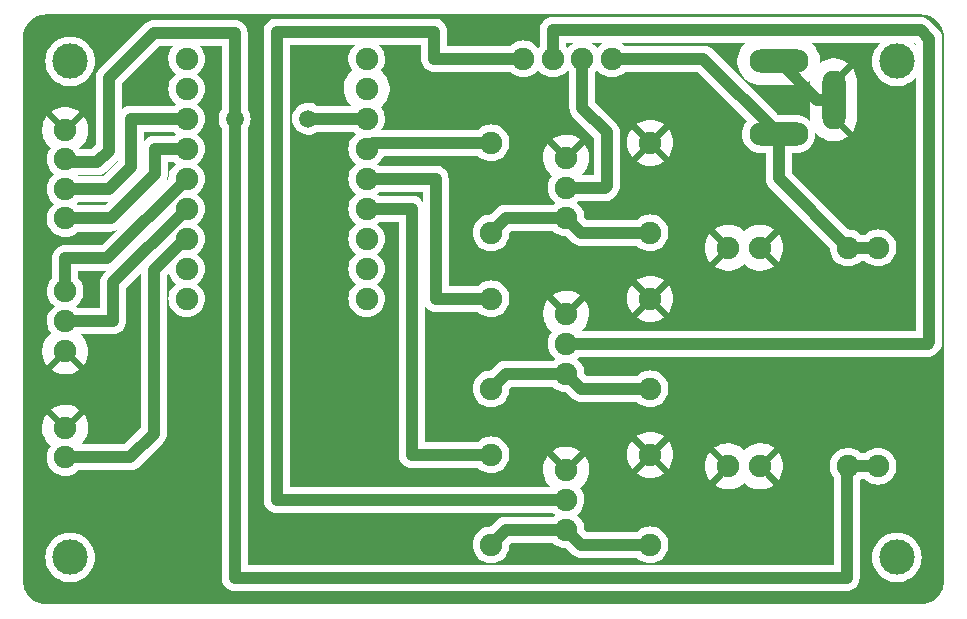
<source format=gbl>
G04 Layer: BottomLayer*
G04 EasyEDA Pro v2.2.40.8, 2025-09-22 01:06:06*
G04 Gerber Generator version 0.3*
G04 Scale: 100 percent, Rotated: No, Reflected: No*
G04 Dimensions in millimeters*
G04 Leading zeros omitted, absolute positions, 4 integers and 5 decimals*
G04 Generated by custom config*
%FSLAX45Y45*%
%MOMM*%
%ADD10C,0.6*%
%ADD11C,1.5*%
%ADD12C,3.0*%
%ADD13O,5.0X2.0*%
%ADD14O,2.0X5.0*%
%ADD15C,1.9*%
%ADD16C,1.0025*%
%ADD17C,1.0*%
G75*


G04 Copper Start*
G36*
G01X-200000Y3800D02*
G01X-172948Y5638D01*
G01X-146394Y11118D01*
G01X-120825Y20139D01*
G01X-96711Y32536D01*
G01X-74495Y48081D01*
G01X-54586Y66488D01*
G01X-37349Y87418D01*
G01X-23102Y110487D01*
G01X-12107Y135272D01*
G01X-6111Y156404D01*
G01X-2484Y178068D01*
G01X-1270Y200000D01*
G01X-1270Y4800000D01*
G01X-3293Y4828282D01*
G01X-9320Y4855989D01*
G01X-19229Y4882555D01*
G01X-32818Y4907441D01*
G01X-49810Y4930140D01*
G01X-69860Y4950190D01*
G01X-92558Y4967182D01*
G01X-117445Y4980771D01*
G01X-144011Y4990680D01*
G01X-171718Y4996707D01*
G01X-200000Y4998730D01*
G01X-7600000Y4998730D01*
G01X-7628282Y4996707D01*
G01X-7655989Y4990680D01*
G01X-7682555Y4980771D01*
G01X-7707441Y4967182D01*
G01X-7730140Y4950190D01*
G01X-7750190Y4930140D01*
G01X-7767182Y4907441D01*
G01X-7780771Y4882555D01*
G01X-7790680Y4855989D01*
G01X-7796707Y4828282D01*
G01X-7798730Y4800000D01*
G01X-7798730Y4600000D01*
G01X-7610254Y4600000D01*
G01X-7608295Y4628630D01*
G01X-7602457Y4656726D01*
G01X-7592847Y4683765D01*
G01X-7579645Y4709244D01*
G01X-7563096Y4732689D01*
G01X-7543509Y4753661D01*
G01X-7521249Y4771771D01*
G01X-7496730Y4786681D01*
G01X-7470410Y4798114D01*
G01X-7442777Y4805856D01*
G01X-7414348Y4809764D01*
G01X-7385652Y4809764D01*
G01X-7357223Y4805856D01*
G01X-7329590Y4798114D01*
G01X-7303269Y4786681D01*
G01X-7278751Y4771771D01*
G01X-7256491Y4753661D01*
G01X-7236904Y4732689D01*
G01X-7220355Y4709244D01*
G01X-7207153Y4683765D01*
G01X-7197543Y4656726D01*
G01X-7191704Y4628630D01*
G01X-7189746Y4600000D01*
G01X-7189746Y4600000D01*
G01X-7191704Y4571370D01*
G01X-7197543Y4543274D01*
G01X-7207153Y4516235D01*
G01X-7220355Y4490755D01*
G01X-7236904Y4467311D01*
G01X-7256491Y4446339D01*
G01X-7278751Y4428229D01*
G01X-7303269Y4413319D01*
G01X-7329590Y4401886D01*
G01X-7357223Y4394144D01*
G01X-7385652Y4390236D01*
G01X-7414348Y4390236D01*
G01X-7442777Y4394144D01*
G01X-7470410Y4401886D01*
G01X-7496730Y4413319D01*
G01X-7521249Y4428229D01*
G01X-7543509Y4446339D01*
G01X-7563096Y4467311D01*
G01X-7579645Y4490755D01*
G01X-7592847Y4516235D01*
G01X-7602457Y4543274D01*
G01X-7608295Y4571370D01*
G01X-7610254Y4600000D01*
G01X-7798730Y4600000D01*
G01X-7798730Y1487492D01*
G01X-7637242Y1487492D01*
G01X-7636560Y1515254D01*
G01X-7631947Y1542639D01*
G01X-7623495Y1569093D01*
G01X-7611376Y1594079D01*
G01X-7595835Y1617094D01*
G01X-7577186Y1637671D01*
G01X-7555806Y1655395D01*
G01X-7532128Y1669906D01*
G01X-7506631Y1680911D01*
G01X-7479830Y1688187D01*
G01X-7452268Y1691588D01*
G01X-7424503Y1691044D01*
G01X-7397095Y1686566D01*
G01X-7370600Y1678246D01*
G01X-7345554Y1666251D01*
G01X-7322462Y1650824D01*
G01X-7301793Y1632277D01*
G01X-7283964Y1610985D01*
G01X-7269336Y1587379D01*
G01X-7258204Y1561937D01*
G01X-7250795Y1535173D01*
G01X-7247258Y1507628D01*
G01X-7247664Y1479860D01*
G01X-7252006Y1452431D01*
G01X-7260195Y1425895D01*
G01X-7272066Y1400789D01*
G01X-7287378Y1377622D01*
G01X-7305822Y1356861D01*
G01X-6939762Y1356861D01*
G01X-6803154Y1493469D01*
G01X-6803154Y2807226D01*
G01X-6925546Y2684834D01*
G01X-6925546Y2400313D01*
G01X-6927221Y2381167D01*
G01X-6932195Y2362604D01*
G01X-6940317Y2345186D01*
G01X-6951341Y2329443D01*
G01X-6964930Y2315853D01*
G01X-6980673Y2304830D01*
G01X-6998091Y2296708D01*
G01X-7016655Y2291734D01*
G01X-7035800Y2290059D01*
G01X-7310060Y2290059D01*
G01X-7290846Y2269669D01*
G01X-7274747Y2246739D01*
G01X-7262096Y2221741D01*
G01X-7253153Y2195189D01*
G01X-7248102Y2167632D01*
G01X-7247047Y2139634D01*
G01X-7250010Y2111775D01*
G01X-7256930Y2084625D01*
G01X-7267664Y2058746D01*
G01X-7281991Y2034670D01*
G01X-7299617Y2012892D01*
G01X-7320178Y1993860D01*
G01X-7343251Y1977968D01*
G01X-7368361Y1965541D01*
G01X-7394992Y1956836D01*
G01X-7422594Y1952032D01*
G01X-7450599Y1951227D01*
G01X-7478431Y1954439D01*
G01X-7505517Y1961602D01*
G01X-7531300Y1972567D01*
G01X-7555247Y1987109D01*
G01X-7576866Y2004929D01*
G01X-7595713Y2025660D01*
G01X-7611398Y2048874D01*
G01X-7623600Y2074095D01*
G01X-7632066Y2100802D01*
G01X-7636623Y2128446D01*
G01X-7637177Y2156458D01*
G01X-7633716Y2184260D01*
G01X-7626311Y2211281D01*
G01X-7615116Y2236964D01*
G01X-7600360Y2260780D01*
G01X-7582347Y2282239D01*
G01X-7561448Y2300899D01*
G01X-7573966Y2318213D01*
G01X-7583987Y2337082D01*
G01X-7591324Y2357148D01*
G01X-7595836Y2378031D01*
G01X-7597438Y2399336D01*
G01X-7596100Y2420660D01*
G01X-7591848Y2441597D01*
G01X-7584761Y2461753D01*
G01X-7574975Y2480744D01*
G01X-7562673Y2498213D01*
G01X-7548090Y2513827D01*
G01X-7531501Y2527291D01*
G01X-7550385Y2542933D01*
G01X-7566570Y2561353D01*
G01X-7579653Y2582092D01*
G01X-7589307Y2604632D01*
G01X-7595293Y2628411D01*
G01X-7597460Y2652835D01*
G01X-7595754Y2677297D01*
G01X-7590218Y2701184D01*
G01X-7580991Y2723902D01*
G01X-7568301Y2744884D01*
G01X-7552467Y2763606D01*
G01X-7552467Y2933700D01*
G01X-7550792Y2952845D01*
G01X-7545817Y2971409D01*
G01X-7537695Y2988827D01*
G01X-7526672Y3004570D01*
G01X-7513083Y3018159D01*
G01X-7497340Y3029183D01*
G01X-7479922Y3037305D01*
G01X-7461358Y3042279D01*
G01X-7442213Y3043954D01*
G01X-7132271Y3043954D01*
G01X-7003942Y3172283D01*
G01X-7020273Y3165321D01*
G01X-7037510Y3161070D01*
G01X-7055206Y3159641D01*
G01X-7332894Y3159641D01*
G01X-7350528Y3144595D01*
G01X-7370206Y3132342D01*
G01X-7391489Y3123156D01*
G01X-7413902Y3117241D01*
G01X-7436947Y3114729D01*
G01X-7460108Y3115677D01*
G01X-7482870Y3120062D01*
G01X-7504725Y3127788D01*
G01X-7525187Y3138681D01*
G01X-7543799Y3152500D01*
G01X-7560145Y3168936D01*
G01X-7573862Y3187622D01*
G01X-7584645Y3208143D01*
G01X-7592251Y3230040D01*
G01X-7596513Y3252825D01*
G01X-7597334Y3275991D01*
G01X-7594697Y3299022D01*
G01X-7588660Y3321403D01*
G01X-7579359Y3342635D01*
G01X-7566999Y3362246D01*
G01X-7551858Y3379798D01*
G01X-7534272Y3394901D01*
G01X-7552574Y3410722D01*
G01X-7568196Y3429194D01*
G01X-7580758Y3449869D01*
G01X-7589957Y3472244D01*
G01X-7595567Y3495777D01*
G01X-7597454Y3519896D01*
G01X-7595571Y3544015D01*
G01X-7589963Y3567548D01*
G01X-7580768Y3589925D01*
G01X-7568208Y3610602D01*
G01X-7552589Y3629076D01*
G01X-7534289Y3644900D01*
G01X-7553140Y3661283D01*
G01X-7569119Y3680477D01*
G01X-7581815Y3701985D01*
G01X-7590897Y3725251D01*
G01X-7596131Y3749671D01*
G01X-7597382Y3774615D01*
G01X-7594617Y3799437D01*
G01X-7587908Y3823494D01*
G01X-7577428Y3846164D01*
G01X-7563449Y3866860D01*
G01X-7583256Y3884897D01*
G01X-7600408Y3905476D01*
G01X-7614583Y3928208D01*
G01X-7625512Y3952667D01*
G01X-7632990Y3978392D01*
G01X-7636876Y4004898D01*
G01X-7637098Y4031686D01*
G01X-7633651Y4058253D01*
G01X-7626600Y4084098D01*
G01X-7616078Y4108735D01*
G01X-7602282Y4131699D01*
G01X-7585473Y4152559D01*
G01X-7565967Y4170922D01*
G01X-7544131Y4186441D01*
G01X-7520376Y4198826D01*
G01X-7495150Y4207843D01*
G01X-7468926Y4213322D01*
G01X-7442200Y4215160D01*
G01X-7415474Y4213322D01*
G01X-7389250Y4207843D01*
G01X-7364024Y4198826D01*
G01X-7340269Y4186441D01*
G01X-7318433Y4170922D01*
G01X-7298927Y4152559D01*
G01X-7282118Y4131699D01*
G01X-7268322Y4108735D01*
G01X-7257800Y4084098D01*
G01X-7250749Y4058253D01*
G01X-7247302Y4031686D01*
G01X-7247524Y4004898D01*
G01X-7251410Y3978392D01*
G01X-7258888Y3952667D01*
G01X-7269817Y3928208D01*
G01X-7283992Y3905476D01*
G01X-7301144Y3884897D01*
G01X-7320951Y3866860D01*
G01X-7312186Y3854747D01*
G01X-7219569Y3854747D01*
G01X-7184154Y3890162D01*
G01X-7184154Y4457700D01*
G01X-7182796Y4474948D01*
G01X-7178758Y4491770D01*
G01X-7172137Y4507754D01*
G01X-7163097Y4522506D01*
G01X-7151861Y4535661D01*
G01X-6770861Y4916661D01*
G01X-6757706Y4927897D01*
G01X-6742954Y4936937D01*
G01X-6726970Y4943558D01*
G01X-6710148Y4947596D01*
G01X-6692900Y4948954D01*
G01X-6007100Y4948954D01*
G01X-5987955Y4947279D01*
G01X-5969391Y4942305D01*
G01X-5951973Y4934183D01*
G01X-5936230Y4923159D01*
G01X-5922641Y4909570D01*
G01X-5911617Y4893827D01*
G01X-5903495Y4876409D01*
G01X-5898521Y4857845D01*
G01X-5896846Y4838700D01*
G01X-5896846Y4193143D01*
G01X-5886107Y4175250D01*
G01X-5878248Y4155918D01*
G01X-5873456Y4135607D01*
G01X-5871846Y4114800D01*
G01X-5873456Y4093993D01*
G01X-5878248Y4073682D01*
G01X-5886107Y4054350D01*
G01X-5896846Y4036457D01*
G01X-5896846Y889000D01*
G01X-5761754Y889000D01*
G01X-5761754Y4851400D01*
G01X-5760079Y4870545D01*
G01X-5755105Y4889109D01*
G01X-5746983Y4906527D01*
G01X-5735959Y4922270D01*
G01X-5722370Y4935859D01*
G01X-5706627Y4946883D01*
G01X-5689209Y4955005D01*
G01X-5670645Y4959979D01*
G01X-5651500Y4961654D01*
G01X-4318000Y4961654D01*
G01X-4298855Y4959979D01*
G01X-4280291Y4955005D01*
G01X-4262873Y4946883D01*
G01X-4247130Y4935859D01*
G01X-4233541Y4922270D01*
G01X-4222517Y4906527D01*
G01X-4214395Y4889109D01*
G01X-4209421Y4870545D01*
G01X-4207746Y4851400D01*
G01X-4207746Y4733049D01*
G01X-3672017Y4733049D01*
G01X-3653548Y4748703D01*
G01X-3632870Y4761295D01*
G01X-3610485Y4770519D01*
G01X-3586939Y4776151D01*
G01X-3562803Y4778054D01*
G01X-3538666Y4776181D01*
G01X-3515112Y4770579D01*
G01X-3492716Y4761383D01*
G01X-3472022Y4748817D01*
G01X-3453533Y4733187D01*
G01X-3437699Y4714872D01*
G01X-3424954Y4730044D01*
G01X-3424954Y4864100D01*
G01X-3423279Y4883245D01*
G01X-3418305Y4901809D01*
G01X-3410183Y4919227D01*
G01X-3399159Y4934970D01*
G01X-3385570Y4948559D01*
G01X-3369827Y4959583D01*
G01X-3352409Y4967705D01*
G01X-3333845Y4972679D01*
G01X-3314700Y4974354D01*
G01X-197711Y4974354D01*
G01X-180463Y4972996D01*
G01X-163640Y4968958D01*
G01X-147656Y4962337D01*
G01X-132905Y4953297D01*
G01X-119749Y4942061D01*
G01X-49039Y4871351D01*
G01X-37803Y4858195D01*
G01X-28763Y4843444D01*
G01X-22142Y4827460D01*
G01X-18104Y4810637D01*
G01X-16746Y4793389D01*
G01X-16746Y2222500D01*
G01X-18104Y2205252D01*
G01X-22142Y2188430D01*
G01X-28763Y2172446D01*
G01X-37803Y2157694D01*
G01X-49039Y2144539D01*
G01X-61739Y2131839D01*
G01X-61739Y2131839D01*
G01X-74894Y2120603D01*
G01X-89646Y2111563D01*
G01X-105630Y2104942D01*
G01X-122452Y2100904D01*
G01X-139700Y2099546D01*
G01X-3091094Y2099546D01*
G01X-3100744Y2090752D01*
G01X-3111099Y2082800D01*
G01X-3092124Y2067065D01*
G01X-3075878Y2048526D01*
G01X-3062772Y2027649D01*
G01X-3053135Y2004961D01*
G01X-3047211Y1981034D01*
G01X-3045148Y1956470D01*
G01X-3027731Y1939054D01*
G01X-2598506Y1939054D01*
G01X-2579949Y1954770D01*
G01X-2559166Y1967395D01*
G01X-2536666Y1976620D01*
G01X-2513001Y1982219D01*
G01X-2488753Y1984053D01*
G01X-2464516Y1982079D01*
G01X-2440884Y1976344D01*
G01X-2418438Y1966990D01*
G01X-2397727Y1954245D01*
G01X-2379261Y1938423D01*
G01X-2363492Y1919911D01*
G01X-2350807Y1899164D01*
G01X-2341517Y1876691D01*
G01X-2335851Y1853043D01*
G01X-2333946Y1828800D01*
G01X-2335851Y1804557D01*
G01X-2341517Y1780909D01*
G01X-2350807Y1758436D01*
G01X-2363492Y1737689D01*
G01X-2379261Y1719177D01*
G01X-2397727Y1703355D01*
G01X-2418438Y1690610D01*
G01X-2440884Y1681256D01*
G01X-2464516Y1675521D01*
G01X-2488753Y1673547D01*
G01X-2513001Y1675381D01*
G01X-2536666Y1680980D01*
G01X-2559166Y1690205D01*
G01X-2579949Y1702830D01*
G01X-2598506Y1718546D01*
G01X-3073400Y1718546D01*
G01X-3090648Y1719904D01*
G01X-3107470Y1723942D01*
G01X-3123454Y1730563D01*
G01X-3138206Y1739603D01*
G01X-3151361Y1750839D01*
G01X-3201070Y1800548D01*
G01X-3225084Y1802521D01*
G01X-3248504Y1808186D01*
G01X-3270764Y1817407D01*
G01X-3291330Y1829961D01*
G01X-3309706Y1845546D01*
G01X-3662731Y1845546D01*
G01X-3680148Y1828130D01*
G01X-3682157Y1803895D01*
G01X-3687925Y1780272D01*
G01X-3697312Y1757839D01*
G01X-3710087Y1737147D01*
G01X-3725935Y1718703D01*
G01X-3744470Y1702961D01*
G01X-3765235Y1690306D01*
G01X-3787721Y1681048D01*
G01X-3811378Y1675416D01*
G01X-3835623Y1673546D01*
G01X-3859864Y1675486D01*
G01X-3883504Y1681186D01*
G01X-3905963Y1690508D01*
G01X-3926692Y1703223D01*
G01X-3945181Y1719019D01*
G01X-3960977Y1737508D01*
G01X-3973692Y1758237D01*
G01X-3983014Y1780696D01*
G01X-3988714Y1804336D01*
G01X-3990654Y1828577D01*
G01X-3988784Y1852822D01*
G01X-3983152Y1876479D01*
G01X-3973894Y1898965D01*
G01X-3961239Y1919730D01*
G01X-3945497Y1938265D01*
G01X-3927053Y1954113D01*
G01X-3906361Y1966888D01*
G01X-3883928Y1976275D01*
G01X-3860305Y1982043D01*
G01X-3836070Y1984052D01*
G01X-3786361Y2033761D01*
G01X-3773206Y2044997D01*
G01X-3758454Y2054037D01*
G01X-3742470Y2060658D01*
G01X-3725648Y2064696D01*
G01X-3708400Y2066054D01*
G01X-3309706Y2066054D01*
G01X-3300056Y2074848D01*
G01X-3289701Y2082800D01*
G01X-3307706Y2097598D01*
G01X-3323292Y2114925D01*
G01X-3336109Y2134389D01*
G01X-3345868Y2155552D01*
G01X-3352349Y2177938D01*
G01X-3355407Y2201042D01*
G01X-3354971Y2224343D01*
G01X-3351053Y2247317D01*
G01X-3343740Y2269445D01*
G01X-3333197Y2290229D01*
G01X-3319661Y2309201D01*
G01X-3340559Y2327861D01*
G01X-3358572Y2349319D01*
G01X-3373328Y2373135D01*
G01X-3384523Y2398817D01*
G01X-3391928Y2425837D01*
G01X-3395389Y2453639D01*
G01X-3394836Y2481650D01*
G01X-3390280Y2509294D01*
G01X-3381815Y2536000D01*
G01X-3369614Y2561221D01*
G01X-3353929Y2584435D01*
G01X-3335084Y2605166D01*
G01X-3313465Y2622986D01*
G01X-3289519Y2637529D01*
G01X-3263738Y2648495D01*
G01X-3236653Y2655659D01*
G01X-3208821Y2658872D01*
G01X-3180816Y2658069D01*
G01X-3153215Y2653267D01*
G01X-3126584Y2644563D01*
G01X-3101474Y2632138D01*
G01X-3078400Y2616247D01*
G01X-3057838Y2597218D01*
G01X-3052644Y2590800D01*
G01X-2684454Y2590800D01*
G01X-2682467Y2618588D01*
G01X-2676545Y2645809D01*
G01X-2666809Y2671911D01*
G01X-2653458Y2696362D01*
G01X-2636763Y2718664D01*
G01X-2617064Y2738363D01*
G01X-2594762Y2755058D01*
G01X-2570311Y2768409D01*
G01X-2544209Y2778145D01*
G01X-2516988Y2784067D01*
G01X-2489200Y2786054D01*
G01X-2489200Y2786054D01*
G01X-2461412Y2784067D01*
G01X-2434191Y2778145D01*
G01X-2408089Y2768409D01*
G01X-2383638Y2755058D01*
G01X-2361336Y2738363D01*
G01X-2341637Y2718664D01*
G01X-2324942Y2696362D01*
G01X-2311591Y2671911D01*
G01X-2301855Y2645809D01*
G01X-2295933Y2618588D01*
G01X-2293946Y2590800D01*
G01X-2295933Y2563012D01*
G01X-2301855Y2535791D01*
G01X-2311591Y2509689D01*
G01X-2324942Y2485238D01*
G01X-2341637Y2462936D01*
G01X-2361336Y2443237D01*
G01X-2383638Y2426542D01*
G01X-2408089Y2413191D01*
G01X-2434191Y2403455D01*
G01X-2461412Y2397533D01*
G01X-2489200Y2395546D01*
G01X-2516988Y2397533D01*
G01X-2544209Y2403455D01*
G01X-2570311Y2413191D01*
G01X-2594762Y2426542D01*
G01X-2617064Y2443237D01*
G01X-2636763Y2462936D01*
G01X-2653458Y2485238D01*
G01X-2666809Y2509689D01*
G01X-2676545Y2535791D01*
G01X-2682467Y2563012D01*
G01X-2684454Y2590800D01*
G01X-3052644Y2590800D01*
G01X-3040211Y2575441D01*
G01X-3025883Y2551366D01*
G01X-3015147Y2525488D01*
G01X-3008225Y2498340D01*
G01X-3005260Y2470481D01*
G01X-3006313Y2442484D01*
G01X-3011362Y2414927D01*
G01X-3020302Y2388375D01*
G01X-3032951Y2363376D01*
G01X-3049047Y2340445D01*
G01X-3068259Y2320054D01*
G01X-237254Y2320054D01*
G01X-237254Y4466882D01*
G01X-256887Y4445969D01*
G01X-279184Y4427924D01*
G01X-303730Y4413081D01*
G01X-330068Y4401717D01*
G01X-357707Y4394044D01*
G01X-386134Y4390204D01*
G01X-414819Y4390269D01*
G01X-443227Y4394238D01*
G01X-470832Y4402036D01*
G01X-497118Y4413520D01*
G01X-521596Y4428474D01*
G01X-543811Y4446621D01*
G01X-563349Y4467623D01*
G01X-579847Y4491088D01*
G01X-592997Y4516581D01*
G01X-602555Y4543626D01*
G01X-608343Y4571721D01*
G01X-610254Y4600342D01*
G01X-608250Y4628957D01*
G01X-602371Y4657032D01*
G01X-592725Y4684047D01*
G01X-579492Y4709496D01*
G01X-562917Y4732908D01*
G01X-543311Y4753846D01*
G01X-1122615Y4753846D01*
G01X-1103361Y4735474D01*
G01X-1086713Y4714711D01*
G01X-1072966Y4691924D01*
G01X-1062361Y4667515D01*
G01X-1055087Y4641915D01*
G01X-1051272Y4615577D01*
G01X-1050983Y4588966D01*
G01X-1027623Y4603100D01*
G01X-1002558Y4613925D01*
G01X-976253Y4621241D01*
G01X-949198Y4624910D01*
G01X-921895Y4624865D01*
G01X-894852Y4621106D01*
G01X-868571Y4613704D01*
G01X-843542Y4602796D01*
G01X-820229Y4588585D01*
G01X-799066Y4571335D01*
G01X-780446Y4551366D01*
G01X-764715Y4529050D01*
G01X-752166Y4504802D01*
G01X-743032Y4479072D01*
G01X-737483Y4452339D01*
G01X-735622Y4425099D01*
G01X-735622Y4125099D01*
G01X-737487Y4097833D01*
G01X-743047Y4071074D01*
G01X-752199Y4045322D01*
G01X-764772Y4021055D01*
G01X-780532Y3998727D01*
G01X-799186Y3978752D01*
G01X-820386Y3961503D01*
G01X-843737Y3947302D01*
G01X-868804Y3936412D01*
G01X-895120Y3929036D01*
G01X-922196Y3925313D01*
G01X-949526Y3925311D01*
G01X-976602Y3929030D01*
G01X-1002920Y3936402D01*
G01X-1027988Y3947288D01*
G01X-1051341Y3961486D01*
G01X-1072544Y3978732D01*
G01X-1091200Y3998703D01*
G01X-1090966Y3974605D01*
G01X-1094349Y3950744D01*
G01X-1101271Y3927660D01*
G01X-1111576Y3905876D01*
G01X-1125032Y3885883D01*
G01X-1141334Y3868133D01*
G01X-1160113Y3853029D01*
G01X-1180944Y3840912D01*
G01X-1203357Y3832056D01*
G01X-1226845Y3826661D01*
G01X-1250876Y3824849D01*
G01X-1290622Y3824849D01*
G01X-1290622Y3656337D01*
G01X-812127Y3177842D01*
G01X-788113Y3175869D01*
G01X-764694Y3170204D01*
G01X-742433Y3160983D01*
G01X-721867Y3148429D01*
G01X-703491Y3132844D01*
G01X-668104Y3132844D01*
G01X-649547Y3148559D01*
G01X-628763Y3161185D01*
G01X-606263Y3170410D01*
G01X-582599Y3176008D01*
G01X-558351Y3177843D01*
G01X-534113Y3175869D01*
G01X-510482Y3170134D01*
G01X-488035Y3160780D01*
G01X-467325Y3148035D01*
G01X-448859Y3132213D01*
G01X-433090Y3113701D01*
G01X-420404Y3092954D01*
G01X-411115Y3070481D01*
G01X-405448Y3046833D01*
G01X-403544Y3022590D01*
G01X-405448Y2998347D01*
G01X-411115Y2974699D01*
G01X-420404Y2952226D01*
G01X-433090Y2931479D01*
G01X-448859Y2912967D01*
G01X-467325Y2897145D01*
G01X-488035Y2884400D01*
G01X-510482Y2875046D01*
G01X-534113Y2869311D01*
G01X-558351Y2867337D01*
G01X-582599Y2869171D01*
G01X-606263Y2874770D01*
G01X-628763Y2883995D01*
G01X-649547Y2896620D01*
G01X-668104Y2912336D01*
G01X-703491Y2912336D01*
G01X-722012Y2896646D01*
G01X-742752Y2884035D01*
G01X-765204Y2874811D01*
G01X-788819Y2869199D01*
G01X-813021Y2867336D01*
G01X-837217Y2869268D01*
G01X-860816Y2874948D01*
G01X-883241Y2884237D01*
G01X-903945Y2896908D01*
G01X-922420Y2912651D01*
G01X-938216Y2931081D01*
G01X-950947Y2951748D01*
G01X-960300Y2974147D01*
G01X-966048Y2997729D01*
G01X-968050Y3021920D01*
G01X-1478837Y3532707D01*
G01X-1490073Y3545863D01*
G01X-1499113Y3560614D01*
G01X-1505734Y3576598D01*
G01X-1509773Y3593421D01*
G01X-1511130Y3610668D01*
G01X-1511130Y3824849D01*
G01X-1550876Y3824849D01*
G01X-1575669Y3826778D01*
G01X-1599866Y3832520D01*
G01X-1622882Y3841937D01*
G01X-1644165Y3854801D01*
G01X-1663201Y3870803D01*
G01X-1679532Y3889557D01*
G01X-1692765Y3910613D01*
G01X-1702581Y3933462D01*
G01X-1708744Y3957554D01*
G01X-1711106Y3982310D01*
G01X-1709608Y4007134D01*
G01X-1704289Y4031426D01*
G01X-1695274Y4054604D01*
G01X-1682783Y4076107D01*
G01X-1667115Y4095419D01*
G01X-2084237Y4512541D01*
G01X-2703393Y4512541D01*
G01X-2721863Y4496890D01*
G01X-2742541Y4484300D01*
G01X-2764925Y4475078D01*
G01X-2788470Y4469448D01*
G01X-2812604Y4467546D01*
G01X-2836741Y4469420D01*
G01X-2860293Y4475023D01*
G01X-2882687Y4484219D01*
G01X-2903380Y4496785D01*
G01X-2921867Y4512414D01*
G01X-2937700Y4530728D01*
G01X-2952453Y4513494D01*
G01X-2952453Y4251375D01*
G01X-2779539Y4078461D01*
G01X-2768303Y4065306D01*
G01X-2759263Y4050554D01*
G01X-2752642Y4034570D01*
G01X-2748604Y4017748D01*
G01X-2747246Y4000500D01*
G01X-2747246Y3911600D01*
G01X-2684454Y3911600D01*
G01X-2682467Y3939388D01*
G01X-2676545Y3966609D01*
G01X-2666809Y3992711D01*
G01X-2653458Y4017162D01*
G01X-2636763Y4039464D01*
G01X-2617064Y4059163D01*
G01X-2594762Y4075858D01*
G01X-2570311Y4089209D01*
G01X-2544209Y4098945D01*
G01X-2516988Y4104867D01*
G01X-2489200Y4106854D01*
G01X-2489200Y4106854D01*
G01X-2461412Y4104867D01*
G01X-2434191Y4098945D01*
G01X-2408089Y4089209D01*
G01X-2383638Y4075858D01*
G01X-2361336Y4059163D01*
G01X-2341637Y4039464D01*
G01X-2324942Y4017162D01*
G01X-2311591Y3992711D01*
G01X-2301855Y3966609D01*
G01X-2295933Y3939388D01*
G01X-2293946Y3911600D01*
G01X-2295933Y3883812D01*
G01X-2301855Y3856591D01*
G01X-2311591Y3830489D01*
G01X-2324942Y3806038D01*
G01X-2341637Y3783736D01*
G01X-2361336Y3764037D01*
G01X-2383638Y3747342D01*
G01X-2408089Y3733991D01*
G01X-2434191Y3724255D01*
G01X-2461412Y3718333D01*
G01X-2489200Y3716346D01*
G01X-2516988Y3718333D01*
G01X-2544209Y3724255D01*
G01X-2570311Y3733991D01*
G01X-2594762Y3747342D01*
G01X-2617064Y3764037D01*
G01X-2636763Y3783736D01*
G01X-2653458Y3806038D01*
G01X-2666809Y3830489D01*
G01X-2676545Y3856591D01*
G01X-2682467Y3883812D01*
G01X-2684454Y3911600D01*
G01X-2747246Y3911600D01*
G01X-2747246Y3543300D01*
G01X-2748604Y3526052D01*
G01X-2752642Y3509230D01*
G01X-2759263Y3493246D01*
G01X-2768303Y3478494D01*
G01X-2779539Y3465339D01*
G01X-2797499Y3447378D01*
G01X-2810655Y3436142D01*
G01X-2825406Y3427102D01*
G01X-2841390Y3420482D01*
G01X-2858213Y3416443D01*
G01X-2875461Y3415085D01*
G01X-3096669Y3415085D01*
G01X-3111099Y3403600D01*
G01X-3092124Y3387865D01*
G01X-3075878Y3369326D01*
G01X-3062772Y3348449D01*
G01X-3053135Y3325761D01*
G01X-3047211Y3301834D01*
G01X-3045148Y3277270D01*
G01X-3027731Y3259854D01*
G01X-2598506Y3259854D01*
G01X-2579949Y3275570D01*
G01X-2559166Y3288195D01*
G01X-2536666Y3297420D01*
G01X-2513001Y3303019D01*
G01X-2488753Y3304853D01*
G01X-2464516Y3302879D01*
G01X-2440884Y3297144D01*
G01X-2418438Y3287790D01*
G01X-2397727Y3275045D01*
G01X-2379261Y3259223D01*
G01X-2363492Y3240711D01*
G01X-2350807Y3219964D01*
G01X-2341517Y3197491D01*
G01X-2335851Y3173843D01*
G01X-2333946Y3149600D01*
G01X-2335851Y3125357D01*
G01X-2341517Y3101709D01*
G01X-2350807Y3079236D01*
G01X-2363492Y3058489D01*
G01X-2379261Y3039977D01*
G01X-2397727Y3024155D01*
G01X-2400270Y3022590D01*
G01X-2024051Y3022590D01*
G01X-2022214Y3049316D01*
G01X-2016735Y3075538D01*
G01X-2007719Y3100764D01*
G01X-1995335Y3124519D01*
G01X-1979815Y3146355D01*
G01X-1961453Y3165861D01*
G01X-1940594Y3182670D01*
G01X-1917631Y3196465D01*
G01X-1892995Y3206988D01*
G01X-1867151Y3214040D01*
G01X-1840585Y3217488D01*
G01X-1813797Y3217267D01*
G01X-1787291Y3213381D01*
G01X-1761567Y3205904D01*
G01X-1737108Y3194977D01*
G01X-1714375Y3180804D01*
G01X-1693796Y3163653D01*
G01X-1673218Y3180804D01*
G01X-1650485Y3194977D01*
G01X-1626026Y3205904D01*
G01X-1600302Y3213381D01*
G01X-1573796Y3217267D01*
G01X-1547008Y3217488D01*
G01X-1520442Y3214040D01*
G01X-1494598Y3206988D01*
G01X-1469962Y3196465D01*
G01X-1446999Y3182670D01*
G01X-1426139Y3165861D01*
G01X-1407778Y3146355D01*
G01X-1392258Y3124519D01*
G01X-1379874Y3100764D01*
G01X-1370858Y3075538D01*
G01X-1365379Y3049316D01*
G01X-1363541Y3022590D01*
G01X-1365379Y2995864D01*
G01X-1370858Y2969641D01*
G01X-1379874Y2944415D01*
G01X-1392258Y2920661D01*
G01X-1407778Y2898825D01*
G01X-1426139Y2879319D01*
G01X-1446999Y2862510D01*
G01X-1469962Y2848714D01*
G01X-1494598Y2838191D01*
G01X-1520442Y2831140D01*
G01X-1547008Y2827692D01*
G01X-1573796Y2827913D01*
G01X-1600302Y2831798D01*
G01X-1626026Y2839275D01*
G01X-1650485Y2850203D01*
G01X-1673218Y2864376D01*
G01X-1693796Y2881527D01*
G01X-1714375Y2864376D01*
G01X-1737108Y2850203D01*
G01X-1761567Y2839275D01*
G01X-1787291Y2831798D01*
G01X-1813797Y2827913D01*
G01X-1840585Y2827692D01*
G01X-1867151Y2831140D01*
G01X-1892995Y2838191D01*
G01X-1917631Y2848714D01*
G01X-1940594Y2862510D01*
G01X-1961453Y2879319D01*
G01X-1979815Y2898825D01*
G01X-1995335Y2920661D01*
G01X-2007719Y2944415D01*
G01X-2016735Y2969641D01*
G01X-2022214Y2995864D01*
G01X-2024051Y3022590D01*
G01X-2024051Y3022590D01*
G01X-2400270Y3022590D01*
G01X-2418438Y3011410D01*
G01X-2440884Y3002056D01*
G01X-2464516Y2996321D01*
G01X-2488753Y2994347D01*
G01X-2513001Y2996181D01*
G01X-2536666Y3001780D01*
G01X-2559166Y3011005D01*
G01X-2579949Y3023630D01*
G01X-2598506Y3039346D01*
G01X-3073400Y3039346D01*
G01X-3090648Y3040704D01*
G01X-3107470Y3044742D01*
G01X-3123454Y3051363D01*
G01X-3138206Y3060403D01*
G01X-3151361Y3071639D01*
G01X-3201070Y3121348D01*
G01X-3225084Y3123321D01*
G01X-3248504Y3128986D01*
G01X-3270764Y3138207D01*
G01X-3291330Y3150761D01*
G01X-3309706Y3166346D01*
G01X-3662731Y3166346D01*
G01X-3680148Y3148930D01*
G01X-3682157Y3124695D01*
G01X-3687925Y3101072D01*
G01X-3697312Y3078639D01*
G01X-3710087Y3057947D01*
G01X-3725935Y3039503D01*
G01X-3744470Y3023761D01*
G01X-3765235Y3011106D01*
G01X-3787721Y3001848D01*
G01X-3811378Y2996216D01*
G01X-3835623Y2994346D01*
G01X-3859864Y2996286D01*
G01X-3883504Y3001986D01*
G01X-3905963Y3011308D01*
G01X-3926692Y3024023D01*
G01X-3945181Y3039819D01*
G01X-3960977Y3058308D01*
G01X-3973692Y3079037D01*
G01X-3983014Y3101496D01*
G01X-3988714Y3125136D01*
G01X-3990654Y3149377D01*
G01X-3988784Y3173622D01*
G01X-3983152Y3197279D01*
G01X-3973894Y3219765D01*
G01X-3961239Y3240530D01*
G01X-3945497Y3259065D01*
G01X-3927053Y3274913D01*
G01X-3906361Y3287688D01*
G01X-3883928Y3297075D01*
G01X-3860305Y3302843D01*
G01X-3836070Y3304852D01*
G01X-3786361Y3354561D01*
G01X-3773206Y3365797D01*
G01X-3758454Y3374837D01*
G01X-3742470Y3381458D01*
G01X-3725648Y3385496D01*
G01X-3708400Y3386854D01*
G01X-3309706Y3386854D01*
G01X-3300056Y3395648D01*
G01X-3289701Y3403600D01*
G01X-3307706Y3418398D01*
G01X-3323292Y3435725D01*
G01X-3336109Y3455189D01*
G01X-3345868Y3476352D01*
G01X-3352349Y3498738D01*
G01X-3355407Y3521842D01*
G01X-3354971Y3545143D01*
G01X-3351053Y3568117D01*
G01X-3343740Y3590245D01*
G01X-3333197Y3611029D01*
G01X-3319661Y3630001D01*
G01X-3339625Y3647704D01*
G01X-3356989Y3667964D01*
G01X-3371429Y3690402D01*
G01X-3382675Y3714599D01*
G01X-3390516Y3740104D01*
G01X-3394808Y3766439D01*
G01X-3395468Y3793114D01*
G01X-3392486Y3819629D01*
G01X-3385917Y3845491D01*
G01X-3375883Y3870215D01*
G01X-3362572Y3893341D01*
G01X-3346232Y3914435D01*
G01X-3327169Y3933105D01*
G01X-3305738Y3949002D01*
G01X-3282340Y3961828D01*
G01X-3257412Y3971345D01*
G01X-3231420Y3977374D01*
G01X-3204848Y3979803D01*
G01X-3178193Y3978587D01*
G01X-3151952Y3973748D01*
G01X-3126617Y3965377D01*
G01X-3102659Y3953629D01*
G01X-3080527Y3938725D01*
G01X-3060633Y3920943D01*
G01X-3043350Y3900614D01*
G01X-3028999Y3878119D01*
G01X-3017849Y3853877D01*
G01X-3010109Y3828342D01*
G01X-3005922Y3801990D01*
G01X-3005367Y3775313D01*
G01X-3008454Y3748809D01*
G01X-3015126Y3722974D01*
G01X-3025258Y3698290D01*
G01X-3038661Y3675217D01*
G01X-3055084Y3654188D01*
G01X-3074221Y3635593D01*
G01X-2967754Y3635593D01*
G01X-2967754Y3954831D01*
G01X-3140668Y4127745D01*
G01X-3151904Y4140901D01*
G01X-3160944Y4155652D01*
G01X-3167564Y4171636D01*
G01X-3171603Y4188459D01*
G01X-3172961Y4205707D01*
G01X-3172961Y4513494D01*
G01X-3187700Y4530711D01*
G01X-3203524Y4512411D01*
G01X-3221998Y4496792D01*
G01X-3242675Y4484232D01*
G01X-3265052Y4475037D01*
G01X-3288585Y4469429D01*
G01X-3312704Y4467546D01*
G01X-3336823Y4469433D01*
G01X-3360356Y4475043D01*
G01X-3382731Y4484242D01*
G01X-3403406Y4496804D01*
G01X-3421878Y4512426D01*
G01X-3437699Y4530728D01*
G01X-3453533Y4512414D01*
G01X-3472020Y4496785D01*
G01X-3492713Y4484219D01*
G01X-3515107Y4475023D01*
G01X-3538659Y4469420D01*
G01X-3562796Y4467546D01*
G01X-3586930Y4469448D01*
G01X-3610475Y4475078D01*
G01X-3632859Y4484300D01*
G01X-3653537Y4496890D01*
G01X-3672007Y4512541D01*
G01X-4318000Y4512541D01*
G01X-4337145Y4514216D01*
G01X-4355709Y4519190D01*
G01X-4373127Y4527312D01*
G01X-4388870Y4538336D01*
G01X-4402459Y4551925D01*
G01X-4413483Y4567668D01*
G01X-4421605Y4585086D01*
G01X-4426579Y4603650D01*
G01X-4428254Y4622795D01*
G01X-4428254Y4741146D01*
G01X-4789008Y4741146D01*
G01X-4771826Y4724077D01*
G01X-4757507Y4704543D01*
G01X-4746400Y4683020D01*
G01X-4738776Y4660031D01*
G01X-4734820Y4636136D01*
G01X-4734628Y4611917D01*
G01X-4738206Y4587962D01*
G01X-4745466Y4564856D01*
G01X-4756231Y4543160D01*
G01X-4770239Y4523402D01*
G01X-4749754Y4505167D01*
G01X-4732027Y4484242D01*
G01X-4717406Y4461040D01*
G01X-4706180Y4436017D01*
G01X-4698571Y4409669D01*
G01X-4694728Y4382515D01*
G01X-4694728Y4355090D01*
G01X-4698571Y4327936D01*
G01X-4706180Y4301588D01*
G01X-4717406Y4276566D01*
G01X-4732027Y4253363D01*
G01X-4749754Y4232438D01*
G01X-4770239Y4214203D01*
G01X-4756843Y4195461D01*
G01X-4746368Y4174944D01*
G01X-4739044Y4153102D01*
G01X-4735033Y4130416D01*
G01X-4734423Y4107387D01*
G01X-4737228Y4084521D01*
G01X-4743385Y4062322D01*
G01X-4752759Y4041279D01*
G01X-4765144Y4021854D01*
G01X-3944706Y4021854D01*
G01X-3926149Y4037570D01*
G01X-3905366Y4050195D01*
G01X-3882866Y4059420D01*
G01X-3859201Y4065019D01*
G01X-3834953Y4066853D01*
G01X-3810716Y4064879D01*
G01X-3787084Y4059144D01*
G01X-3764638Y4049790D01*
G01X-3743927Y4037045D01*
G01X-3725461Y4021223D01*
G01X-3709692Y4002711D01*
G01X-3697007Y3981964D01*
G01X-3687717Y3959491D01*
G01X-3682051Y3935843D01*
G01X-3680146Y3911600D01*
G01X-3682051Y3887357D01*
G01X-3687717Y3863709D01*
G01X-3697007Y3841236D01*
G01X-3709692Y3820489D01*
G01X-3725461Y3801977D01*
G01X-3743927Y3786155D01*
G01X-3764638Y3773410D01*
G01X-3787084Y3764056D01*
G01X-3810716Y3758321D01*
G01X-3834953Y3756347D01*
G01X-3859201Y3758181D01*
G01X-3882866Y3763780D01*
G01X-3905366Y3773005D01*
G01X-3926149Y3785630D01*
G01X-3944706Y3801346D01*
G01X-4746082Y3801346D01*
G01X-4755880Y3781749D01*
G01X-4768339Y3763727D01*
G01X-4783210Y3747638D01*
G01X-4800199Y3733803D01*
G01X-4789842Y3725849D01*
G01X-4780191Y3717054D01*
G01X-4305300Y3717054D01*
G01X-4286155Y3715379D01*
G01X-4267591Y3710405D01*
G01X-4250173Y3702283D01*
G01X-4234430Y3691259D01*
G01X-4220841Y3677670D01*
G01X-4209817Y3661927D01*
G01X-4201695Y3644509D01*
G01X-4196721Y3625945D01*
G01X-4195046Y3606800D01*
G01X-4195046Y2701054D01*
G01X-3944706Y2701054D01*
G01X-3926149Y2716770D01*
G01X-3905366Y2729395D01*
G01X-3882866Y2738620D01*
G01X-3859201Y2744219D01*
G01X-3834953Y2746053D01*
G01X-3810716Y2744079D01*
G01X-3787084Y2738344D01*
G01X-3764638Y2728990D01*
G01X-3743927Y2716245D01*
G01X-3725461Y2700423D01*
G01X-3709692Y2681911D01*
G01X-3697007Y2661164D01*
G01X-3687717Y2638691D01*
G01X-3682051Y2615043D01*
G01X-3680146Y2590800D01*
G01X-3682051Y2566557D01*
G01X-3687717Y2542909D01*
G01X-3697007Y2520436D01*
G01X-3709692Y2499689D01*
G01X-3725461Y2481177D01*
G01X-3743927Y2465355D01*
G01X-3764638Y2452610D01*
G01X-3787084Y2443256D01*
G01X-3810716Y2437521D01*
G01X-3834953Y2435547D01*
G01X-3859201Y2437381D01*
G01X-3882866Y2442980D01*
G01X-3905366Y2452205D01*
G01X-3926149Y2464830D01*
G01X-3944706Y2480546D01*
G01X-4305300Y2480546D01*
G01X-4323643Y2482083D01*
G01X-4341474Y2486649D01*
G01X-4358297Y2494119D01*
G01X-4373643Y2504283D01*
G01X-4387085Y2516859D01*
G01X-4398246Y2531496D01*
G01X-4398246Y1380254D01*
G01X-3944706Y1380254D01*
G01X-3926149Y1395970D01*
G01X-3905366Y1408595D01*
G01X-3882866Y1417820D01*
G01X-3859201Y1423419D01*
G01X-3834953Y1425253D01*
G01X-3810716Y1423279D01*
G01X-3787084Y1417544D01*
G01X-3764638Y1408190D01*
G01X-3743927Y1395445D01*
G01X-3725461Y1379623D01*
G01X-3709692Y1361111D01*
G01X-3697007Y1340364D01*
G01X-3687717Y1317891D01*
G01X-3682051Y1294243D01*
G01X-3680146Y1270000D01*
G01X-3682051Y1245757D01*
G01X-3687717Y1222109D01*
G01X-3697007Y1199636D01*
G01X-3709692Y1178889D01*
G01X-3725461Y1160377D01*
G01X-3743927Y1144555D01*
G01X-3764638Y1131810D01*
G01X-3787084Y1122456D01*
G01X-3810716Y1116721D01*
G01X-3834953Y1114747D01*
G01X-3859201Y1116581D01*
G01X-3882866Y1122180D01*
G01X-3905366Y1131405D01*
G01X-3926149Y1144030D01*
G01X-3944706Y1159746D01*
G01X-4508500Y1159746D01*
G01X-4527645Y1161421D01*
G01X-4546209Y1166395D01*
G01X-4563627Y1174517D01*
G01X-4579370Y1185541D01*
G01X-4592959Y1199130D01*
G01X-4603983Y1214873D01*
G01X-4612105Y1232291D01*
G01X-4617079Y1250855D01*
G01X-4618754Y1270000D01*
G01X-4618754Y3242546D01*
G01X-4780196Y3242546D01*
G01X-4789845Y3233753D01*
G01X-4800199Y3225803D01*
G01X-4781144Y3209990D01*
G01X-4764845Y3191349D01*
G01X-4751717Y3170354D01*
G01X-4742094Y3147540D01*
G01X-4736221Y3123485D01*
G01X-4734246Y3098803D01*
G01X-4736221Y3074120D01*
G01X-4742094Y3050065D01*
G01X-4751717Y3027251D01*
G01X-4764845Y3006256D01*
G01X-4781144Y2987615D01*
G01X-4800199Y2971803D01*
G01X-4781144Y2955990D01*
G01X-4764845Y2937349D01*
G01X-4751717Y2916354D01*
G01X-4742094Y2893540D01*
G01X-4736221Y2869485D01*
G01X-4734246Y2844803D01*
G01X-4736221Y2820120D01*
G01X-4742094Y2796065D01*
G01X-4751717Y2773251D01*
G01X-4764845Y2752256D01*
G01X-4781144Y2733615D01*
G01X-4800199Y2717803D01*
G01X-4781323Y2702165D01*
G01X-4765144Y2683751D01*
G01X-4752065Y2663020D01*
G01X-4742412Y2640489D01*
G01X-4736425Y2616720D01*
G01X-4734253Y2592304D01*
G01X-4735952Y2567851D01*
G01X-4741478Y2543970D01*
G01X-4750694Y2521257D01*
G01X-4763370Y2500277D01*
G01X-4779189Y2481554D01*
G01X-4797759Y2465554D01*
G01X-4818615Y2452675D01*
G01X-4841238Y2443240D01*
G01X-4865065Y2437484D01*
G01X-4889500Y2435549D01*
G01X-4913935Y2437484D01*
G01X-4937762Y2443240D01*
G01X-4960385Y2452675D01*
G01X-4981241Y2465554D01*
G01X-4999811Y2481554D01*
G01X-5015630Y2500277D01*
G01X-5028306Y2521257D01*
G01X-5037522Y2543970D01*
G01X-5043048Y2567851D01*
G01X-5044747Y2592304D01*
G01X-5042575Y2616720D01*
G01X-5036588Y2640489D01*
G01X-5026935Y2663020D01*
G01X-5013856Y2683751D01*
G01X-4997677Y2702165D01*
G01X-4978801Y2717803D01*
G01X-4997856Y2733615D01*
G01X-5014155Y2752256D01*
G01X-5027283Y2773251D01*
G01X-5036906Y2796065D01*
G01X-5042779Y2820120D01*
G01X-5044754Y2844803D01*
G01X-5042779Y2869485D01*
G01X-5036906Y2893540D01*
G01X-5027283Y2916354D01*
G01X-5014155Y2937349D01*
G01X-4997856Y2955990D01*
G01X-4978801Y2971803D01*
G01X-4997856Y2987615D01*
G01X-5014155Y3006256D01*
G01X-5027283Y3027251D01*
G01X-5036906Y3050065D01*
G01X-5042779Y3074120D01*
G01X-5044754Y3098803D01*
G01X-5042779Y3123485D01*
G01X-5036906Y3147540D01*
G01X-5027283Y3170354D01*
G01X-5014155Y3191349D01*
G01X-4997856Y3209990D01*
G01X-4978801Y3225803D01*
G01X-4997856Y3241615D01*
G01X-5014155Y3260256D01*
G01X-5027283Y3281251D01*
G01X-5036906Y3304065D01*
G01X-5042779Y3328120D01*
G01X-5044754Y3352803D01*
G01X-5042779Y3377485D01*
G01X-5036906Y3401540D01*
G01X-5027283Y3424354D01*
G01X-5014155Y3445349D01*
G01X-4997856Y3463990D01*
G01X-4978801Y3479803D01*
G01X-4997856Y3495615D01*
G01X-5014155Y3514256D01*
G01X-5027283Y3535251D01*
G01X-5036906Y3558065D01*
G01X-5042779Y3582120D01*
G01X-5044754Y3606803D01*
G01X-5042779Y3631485D01*
G01X-5036906Y3655540D01*
G01X-5027283Y3678354D01*
G01X-5014155Y3699349D01*
G01X-4997856Y3717990D01*
G01X-4978801Y3733803D01*
G01X-4997856Y3749615D01*
G01X-5014155Y3768256D01*
G01X-5027283Y3789251D01*
G01X-5036906Y3812065D01*
G01X-5042779Y3836120D01*
G01X-5044754Y3860803D01*
G01X-5042779Y3885485D01*
G01X-5036906Y3909540D01*
G01X-5027283Y3932354D01*
G01X-5014155Y3953349D01*
G01X-4997856Y3971990D01*
G01X-4978801Y3987803D01*
G01X-4989156Y3995755D01*
G01X-4998806Y4004549D01*
G01X-5306453Y4004549D01*
G01X-5326034Y3992980D01*
G01X-5347277Y3984855D01*
G01X-5369581Y3980405D01*
G01X-5392315Y3979755D01*
G01X-5414837Y3982924D01*
G01X-5436509Y3989821D01*
G01X-5456719Y4000252D01*
G01X-5474896Y4013922D01*
G01X-5490525Y4030445D01*
G01X-5503165Y4049353D01*
G01X-5512458Y4070111D01*
G01X-5518141Y4092133D01*
G01X-5520054Y4114796D01*
G01X-5518142Y4137459D01*
G01X-5512461Y4159481D01*
G01X-5503169Y4180240D01*
G01X-5490531Y4199148D01*
G01X-5474903Y4215672D01*
G01X-5456727Y4229343D01*
G01X-5436517Y4239776D01*
G01X-5414845Y4246675D01*
G01X-5392324Y4249844D01*
G01X-5369590Y4249196D01*
G01X-5347286Y4244747D01*
G01X-5326042Y4236624D01*
G01X-5306460Y4225056D01*
G01X-5021641Y4225056D01*
G01X-5039653Y4243989D01*
G01X-5054975Y4265158D01*
G01X-5067333Y4288183D01*
G01X-5076506Y4312652D01*
G01X-5082329Y4338127D01*
G01X-5084699Y4364151D01*
G01X-5083572Y4390259D01*
G01X-5078968Y4415982D01*
G01X-5070971Y4440860D01*
G01X-5059724Y4464448D01*
G01X-5045427Y4486322D01*
G01X-5028338Y4506091D01*
G01X-5008761Y4523402D01*
G01X-5022769Y4543160D01*
G01X-5033534Y4564856D01*
G01X-5040794Y4587962D01*
G01X-5044372Y4611917D01*
G01X-5044180Y4636136D01*
G01X-5040224Y4660031D01*
G01X-5032600Y4683020D01*
G01X-5021493Y4704543D01*
G01X-5007174Y4724077D01*
G01X-4989992Y4741146D01*
G01X-5541246Y4741146D01*
G01X-5541246Y999254D01*
G01X-3332541Y999254D01*
G01X-3351753Y1019645D01*
G01X-3367849Y1042576D01*
G01X-3380498Y1067575D01*
G01X-3389438Y1094127D01*
G01X-3394487Y1121684D01*
G01X-3395540Y1149681D01*
G01X-3392575Y1177540D01*
G01X-3385653Y1204688D01*
G01X-3374917Y1230566D01*
G01X-3360589Y1254641D01*
G01X-3342962Y1276418D01*
G01X-3322400Y1295447D01*
G01X-3299326Y1311338D01*
G01X-3274216Y1323763D01*
G01X-3247585Y1332467D01*
G01X-3219984Y1337269D01*
G01X-3191979Y1338072D01*
G01X-3164147Y1334859D01*
G01X-3137062Y1327695D01*
G01X-3111281Y1316729D01*
G01X-3087335Y1302186D01*
G01X-3065716Y1284366D01*
G01X-3052657Y1270000D01*
G01X-2684454Y1270000D01*
G01X-2682467Y1297788D01*
G01X-2676545Y1325009D01*
G01X-2666809Y1351111D01*
G01X-2653458Y1375562D01*
G01X-2636763Y1397864D01*
G01X-2617064Y1417563D01*
G01X-2594762Y1434258D01*
G01X-2570311Y1447609D01*
G01X-2544209Y1457345D01*
G01X-2516988Y1463267D01*
G01X-2489200Y1465254D01*
G01X-2489200Y1465254D01*
G01X-2461412Y1463267D01*
G01X-2434191Y1457345D01*
G01X-2408089Y1447609D01*
G01X-2383638Y1434258D01*
G01X-2361336Y1417563D01*
G01X-2341637Y1397864D01*
G01X-2324942Y1375562D01*
G01X-2311591Y1351111D01*
G01X-2301855Y1325009D01*
G01X-2295933Y1297788D01*
G01X-2293946Y1270000D01*
G01X-2295933Y1242212D01*
G01X-2301855Y1214991D01*
G01X-2311591Y1188889D01*
G01X-2320495Y1172581D01*
G01X-2024051Y1172581D01*
G01X-2022214Y1199307D01*
G01X-2016735Y1225529D01*
G01X-2007719Y1250755D01*
G01X-1995335Y1274510D01*
G01X-1979815Y1296346D01*
G01X-1961453Y1315852D01*
G01X-1940594Y1332661D01*
G01X-1917631Y1346456D01*
G01X-1892995Y1356979D01*
G01X-1867151Y1364031D01*
G01X-1840585Y1367479D01*
G01X-1813797Y1367258D01*
G01X-1787291Y1363372D01*
G01X-1761567Y1355895D01*
G01X-1737108Y1344968D01*
G01X-1714375Y1330795D01*
G01X-1693796Y1313644D01*
G01X-1673218Y1330795D01*
G01X-1650485Y1344968D01*
G01X-1626026Y1355895D01*
G01X-1600302Y1363372D01*
G01X-1573796Y1367258D01*
G01X-1547008Y1367479D01*
G01X-1520442Y1364031D01*
G01X-1494598Y1356979D01*
G01X-1469962Y1346456D01*
G01X-1446999Y1332661D01*
G01X-1426139Y1315852D01*
G01X-1407778Y1296346D01*
G01X-1392258Y1274510D01*
G01X-1379874Y1250755D01*
G01X-1370858Y1225529D01*
G01X-1365379Y1199307D01*
G01X-1363541Y1172581D01*
G01X-1365379Y1145855D01*
G01X-1370858Y1119632D01*
G01X-1379874Y1094406D01*
G01X-1392258Y1070652D01*
G01X-1407778Y1048816D01*
G01X-1426139Y1029310D01*
G01X-1446999Y1012501D01*
G01X-1469962Y998705D01*
G01X-1494598Y988182D01*
G01X-1520442Y981131D01*
G01X-1547008Y977683D01*
G01X-1573796Y977904D01*
G01X-1600302Y981789D01*
G01X-1626026Y989266D01*
G01X-1650485Y1000194D01*
G01X-1673218Y1014367D01*
G01X-1693796Y1031518D01*
G01X-1714375Y1014367D01*
G01X-1737108Y1000194D01*
G01X-1761567Y989266D01*
G01X-1787291Y981789D01*
G01X-1813797Y977904D01*
G01X-1840585Y977683D01*
G01X-1867151Y981131D01*
G01X-1892995Y988182D01*
G01X-1917631Y998705D01*
G01X-1940594Y1012501D01*
G01X-1961453Y1029310D01*
G01X-1979815Y1048816D01*
G01X-1995335Y1070652D01*
G01X-2007719Y1094406D01*
G01X-2016735Y1119632D01*
G01X-2022214Y1145855D01*
G01X-2024051Y1172581D01*
G01X-2024051Y1172581D01*
G01X-2320495Y1172581D01*
G01X-2324942Y1164438D01*
G01X-2341637Y1142136D01*
G01X-2361336Y1122437D01*
G01X-2383638Y1105742D01*
G01X-2408089Y1092391D01*
G01X-2434191Y1082655D01*
G01X-2461412Y1076733D01*
G01X-2489200Y1074746D01*
G01X-2516988Y1076733D01*
G01X-2544209Y1082655D01*
G01X-2570311Y1092391D01*
G01X-2594762Y1105742D01*
G01X-2617064Y1122437D01*
G01X-2636763Y1142136D01*
G01X-2653458Y1164438D01*
G01X-2666809Y1188889D01*
G01X-2676545Y1214991D01*
G01X-2682467Y1242212D01*
G01X-2684454Y1270000D01*
G01X-3052657Y1270000D01*
G01X-3046871Y1263635D01*
G01X-3031186Y1240421D01*
G01X-3018985Y1215200D01*
G01X-3010520Y1188494D01*
G01X-3005964Y1160850D01*
G01X-3005411Y1132839D01*
G01X-3008872Y1105037D01*
G01X-3016277Y1078017D01*
G01X-3027472Y1052335D01*
G01X-3042228Y1028519D01*
G01X-3060241Y1007061D01*
G01X-3081139Y988401D01*
G01X-3067603Y969429D01*
G01X-3057060Y948645D01*
G01X-3049747Y926517D01*
G01X-3045829Y903543D01*
G01X-3045393Y880242D01*
G01X-3048451Y857138D01*
G01X-3054932Y834752D01*
G01X-3064691Y813589D01*
G01X-3077508Y794125D01*
G01X-3093094Y776798D01*
G01X-3111099Y762000D01*
G01X-3092124Y746265D01*
G01X-3075878Y727726D01*
G01X-3062772Y706849D01*
G01X-3053135Y684161D01*
G01X-3047211Y660234D01*
G01X-3045148Y635670D01*
G01X-3027731Y618254D01*
G01X-2598506Y618254D01*
G01X-2579949Y633970D01*
G01X-2559166Y646595D01*
G01X-2536666Y655820D01*
G01X-2513001Y661419D01*
G01X-2488753Y663253D01*
G01X-2464516Y661279D01*
G01X-2440884Y655544D01*
G01X-2418438Y646190D01*
G01X-2397727Y633445D01*
G01X-2379261Y617623D01*
G01X-2363492Y599111D01*
G01X-2350807Y578364D01*
G01X-2341517Y555891D01*
G01X-2335851Y532243D01*
G01X-2333946Y508000D01*
G01X-2335851Y483757D01*
G01X-2341517Y460109D01*
G01X-2350807Y437636D01*
G01X-2363492Y416889D01*
G01X-2379261Y398377D01*
G01X-2397727Y382555D01*
G01X-2418438Y369810D01*
G01X-2440884Y360456D01*
G01X-2464516Y354721D01*
G01X-2488753Y352747D01*
G01X-2513001Y354581D01*
G01X-2536666Y360180D01*
G01X-2559166Y369405D01*
G01X-2579949Y382030D01*
G01X-2598506Y397746D01*
G01X-3073400Y397746D01*
G01X-3090648Y399104D01*
G01X-3107470Y403142D01*
G01X-3123454Y409763D01*
G01X-3138206Y418803D01*
G01X-3151361Y430039D01*
G01X-3201070Y479748D01*
G01X-3225084Y481721D01*
G01X-3248504Y487386D01*
G01X-3270764Y496607D01*
G01X-3291330Y509161D01*
G01X-3309706Y524746D01*
G01X-3662731Y524746D01*
G01X-3680148Y507330D01*
G01X-3682157Y483095D01*
G01X-3687925Y459472D01*
G01X-3697312Y437039D01*
G01X-3710087Y416347D01*
G01X-3725935Y397903D01*
G01X-3744470Y382161D01*
G01X-3765235Y369506D01*
G01X-3787721Y360248D01*
G01X-3811378Y354616D01*
G01X-3835623Y352746D01*
G01X-3859864Y354686D01*
G01X-3883504Y360386D01*
G01X-3905963Y369708D01*
G01X-3926692Y382423D01*
G01X-3945181Y398219D01*
G01X-3960977Y416708D01*
G01X-3973692Y437437D01*
G01X-3983014Y459896D01*
G01X-3988714Y483536D01*
G01X-3990654Y507777D01*
G01X-3988784Y532022D01*
G01X-3983152Y555679D01*
G01X-3973894Y578165D01*
G01X-3961239Y598930D01*
G01X-3945497Y617465D01*
G01X-3927053Y633313D01*
G01X-3906361Y646088D01*
G01X-3883928Y655475D01*
G01X-3860305Y661243D01*
G01X-3836070Y663252D01*
G01X-3786361Y712961D01*
G01X-3773206Y724197D01*
G01X-3758454Y733237D01*
G01X-3742470Y739858D01*
G01X-3725648Y743896D01*
G01X-3708400Y745254D01*
G01X-3309706Y745254D01*
G01X-3300056Y754048D01*
G01X-3289701Y762000D01*
G01X-3300056Y769952D01*
G01X-3309706Y778746D01*
G01X-5651500Y778746D01*
G01X-5670645Y780421D01*
G01X-5689209Y785395D01*
G01X-5706627Y793517D01*
G01X-5722370Y804541D01*
G01X-5735959Y818130D01*
G01X-5746983Y833873D01*
G01X-5755105Y851291D01*
G01X-5760079Y869855D01*
G01X-5761754Y889000D01*
G01X-5896846Y889000D01*
G01X-5896846Y338854D01*
G01X-5896846Y338854D01*
G01X-935751Y338854D01*
G01X-935751Y1077786D01*
G01X-948569Y1097283D01*
G01X-958321Y1118481D01*
G01X-964785Y1140901D01*
G01X-967816Y1164037D01*
G01X-967346Y1187366D01*
G01X-963385Y1210360D01*
G01X-956022Y1232502D01*
G01X-945424Y1253289D01*
G01X-931831Y1272254D01*
G01X-915549Y1288968D01*
G01X-896946Y1303052D01*
G01X-876442Y1314190D01*
G01X-854501Y1322129D01*
G01X-831618Y1326690D01*
G01X-808309Y1327770D01*
G01X-785102Y1325344D01*
G01X-762521Y1319469D01*
G01X-741075Y1310275D01*
G01X-721249Y1297971D01*
G01X-703491Y1282835D01*
G01X-668104Y1282835D01*
G01X-649547Y1298550D01*
G01X-628763Y1311176D01*
G01X-606263Y1320401D01*
G01X-582599Y1325999D01*
G01X-558351Y1327834D01*
G01X-534113Y1325860D01*
G01X-510482Y1320125D01*
G01X-488035Y1310771D01*
G01X-467325Y1298026D01*
G01X-448859Y1282204D01*
G01X-433090Y1263692D01*
G01X-420404Y1242945D01*
G01X-411115Y1220472D01*
G01X-405448Y1196824D01*
G01X-403544Y1172581D01*
G01X-405448Y1148338D01*
G01X-411115Y1124690D01*
G01X-420404Y1102217D01*
G01X-433090Y1081470D01*
G01X-448859Y1062958D01*
G01X-467325Y1047136D01*
G01X-488035Y1034391D01*
G01X-510482Y1025037D01*
G01X-534113Y1019302D01*
G01X-558351Y1017328D01*
G01X-582599Y1019162D01*
G01X-606263Y1024761D01*
G01X-628763Y1033986D01*
G01X-649547Y1046611D01*
G01X-668104Y1062327D01*
G01X-703491Y1062327D01*
G01X-715244Y1051804D01*
G01X-715244Y400000D01*
G01X-610254Y400000D01*
G01X-608295Y428630D01*
G01X-602457Y456726D01*
G01X-592847Y483765D01*
G01X-579645Y509244D01*
G01X-563096Y532689D01*
G01X-543509Y553661D01*
G01X-521249Y571771D01*
G01X-496730Y586681D01*
G01X-470410Y598114D01*
G01X-442777Y605856D01*
G01X-414348Y609764D01*
G01X-385652Y609764D01*
G01X-357223Y605856D01*
G01X-329590Y598114D01*
G01X-303270Y586681D01*
G01X-278751Y571771D01*
G01X-256491Y553661D01*
G01X-236904Y532689D01*
G01X-220355Y509244D01*
G01X-207153Y483765D01*
G01X-197543Y456726D01*
G01X-191704Y428630D01*
G01X-189746Y400000D01*
G01X-189746Y400000D01*
G01X-191704Y371370D01*
G01X-197543Y343274D01*
G01X-207153Y316235D01*
G01X-220355Y290755D01*
G01X-236904Y267311D01*
G01X-256491Y246339D01*
G01X-278751Y228229D01*
G01X-303270Y213319D01*
G01X-329590Y201886D01*
G01X-357223Y194144D01*
G01X-385652Y190236D01*
G01X-414348Y190236D01*
G01X-442777Y194144D01*
G01X-470410Y201886D01*
G01X-496730Y213319D01*
G01X-521249Y228229D01*
G01X-543509Y246339D01*
G01X-563096Y267311D01*
G01X-579645Y290755D01*
G01X-592847Y316235D01*
G01X-602457Y343274D01*
G01X-608295Y371370D01*
G01X-610254Y400000D01*
G01X-715244Y400000D01*
G01X-715244Y228600D01*
G01X-716919Y209455D01*
G01X-721893Y190891D01*
G01X-730015Y173473D01*
G01X-741038Y157730D01*
G01X-754628Y144141D01*
G01X-770371Y133117D01*
G01X-787788Y124995D01*
G01X-806352Y120021D01*
G01X-825497Y118346D01*
G01X-6007100Y118346D01*
G01X-6026245Y120021D01*
G01X-6044809Y124995D01*
G01X-6062227Y133117D01*
G01X-6077970Y144141D01*
G01X-6091559Y157730D01*
G01X-6102583Y173473D01*
G01X-6110705Y190891D01*
G01X-6115679Y209455D01*
G01X-6117354Y228600D01*
G01X-6117354Y4036457D01*
G01X-6128093Y4054350D01*
G01X-6135952Y4073682D01*
G01X-6140744Y4093993D01*
G01X-6142354Y4114800D01*
G01X-6140744Y4135607D01*
G01X-6135952Y4155918D01*
G01X-6128093Y4175250D01*
G01X-6117354Y4193143D01*
G01X-6117354Y4728446D01*
G01X-6299732Y4728446D01*
G01X-6284776Y4709600D01*
G01X-6272911Y4688670D01*
G01X-6264423Y4666158D01*
G01X-6259514Y4642605D01*
G01X-6258304Y4618577D01*
G01X-6260820Y4594650D01*
G01X-6267003Y4571399D01*
G01X-6276704Y4549382D01*
G01X-6289690Y4529128D01*
G01X-6305649Y4511125D01*
G01X-6324199Y4495803D01*
G01X-6305144Y4479990D01*
G01X-6288845Y4461349D01*
G01X-6275717Y4440354D01*
G01X-6266094Y4417540D01*
G01X-6260221Y4393485D01*
G01X-6258246Y4368803D01*
G01X-6260221Y4344120D01*
G01X-6266094Y4320065D01*
G01X-6275717Y4297251D01*
G01X-6288845Y4276256D01*
G01X-6305144Y4257615D01*
G01X-6324199Y4241803D01*
G01X-6305144Y4225990D01*
G01X-6288845Y4207349D01*
G01X-6275717Y4186354D01*
G01X-6266094Y4163540D01*
G01X-6260221Y4139485D01*
G01X-6258246Y4114803D01*
G01X-6260221Y4090120D01*
G01X-6266094Y4066065D01*
G01X-6275717Y4043251D01*
G01X-6288845Y4022256D01*
G01X-6305144Y4003615D01*
G01X-6324199Y3987803D01*
G01X-6305144Y3971990D01*
G01X-6288845Y3953349D01*
G01X-6275717Y3932354D01*
G01X-6266094Y3909540D01*
G01X-6260221Y3885485D01*
G01X-6258246Y3860803D01*
G01X-6260221Y3836120D01*
G01X-6266094Y3812065D01*
G01X-6275717Y3789251D01*
G01X-6288845Y3768256D01*
G01X-6305144Y3749615D01*
G01X-6324199Y3733803D01*
G01X-6305144Y3717990D01*
G01X-6288845Y3699349D01*
G01X-6275717Y3678354D01*
G01X-6266094Y3655540D01*
G01X-6260221Y3631485D01*
G01X-6258246Y3606803D01*
G01X-6260221Y3582120D01*
G01X-6266094Y3558065D01*
G01X-6275717Y3535251D01*
G01X-6288845Y3514256D01*
G01X-6305144Y3495615D01*
G01X-6324199Y3479803D01*
G01X-6305144Y3463990D01*
G01X-6288845Y3445349D01*
G01X-6275717Y3424354D01*
G01X-6266094Y3401540D01*
G01X-6260221Y3377485D01*
G01X-6258246Y3352803D01*
G01X-6260221Y3328120D01*
G01X-6266094Y3304065D01*
G01X-6275717Y3281251D01*
G01X-6288845Y3260256D01*
G01X-6305144Y3241615D01*
G01X-6324199Y3225803D01*
G01X-6305144Y3209990D01*
G01X-6288845Y3191349D01*
G01X-6275717Y3170354D01*
G01X-6266094Y3147540D01*
G01X-6260221Y3123485D01*
G01X-6258246Y3098803D01*
G01X-6260221Y3074120D01*
G01X-6266094Y3050065D01*
G01X-6275717Y3027251D01*
G01X-6288845Y3006256D01*
G01X-6305144Y2987615D01*
G01X-6324199Y2971803D01*
G01X-6305144Y2955990D01*
G01X-6288845Y2937349D01*
G01X-6275717Y2916354D01*
G01X-6266094Y2893540D01*
G01X-6260221Y2869485D01*
G01X-6258246Y2844803D01*
G01X-6260221Y2820120D01*
G01X-6266094Y2796065D01*
G01X-6275717Y2773251D01*
G01X-6288845Y2752256D01*
G01X-6305144Y2733615D01*
G01X-6324199Y2717803D01*
G01X-6305323Y2702165D01*
G01X-6289144Y2683751D01*
G01X-6276065Y2663020D01*
G01X-6266412Y2640489D01*
G01X-6260425Y2616720D01*
G01X-6258253Y2592304D01*
G01X-6259952Y2567851D01*
G01X-6265478Y2543970D01*
G01X-6274694Y2521257D01*
G01X-6287370Y2500277D01*
G01X-6303189Y2481554D01*
G01X-6321759Y2465554D01*
G01X-6342615Y2452675D01*
G01X-6365238Y2443240D01*
G01X-6389065Y2437484D01*
G01X-6413500Y2435549D01*
G01X-6437935Y2437484D01*
G01X-6461762Y2443240D01*
G01X-6484385Y2452675D01*
G01X-6505241Y2465554D01*
G01X-6523811Y2481554D01*
G01X-6539630Y2500277D01*
G01X-6552306Y2521257D01*
G01X-6561522Y2543970D01*
G01X-6567048Y2567851D01*
G01X-6568747Y2592304D01*
G01X-6566575Y2616720D01*
G01X-6560588Y2640489D01*
G01X-6550935Y2663020D01*
G01X-6537856Y2683751D01*
G01X-6521677Y2702165D01*
G01X-6502801Y2717803D01*
G01X-6519681Y2731536D01*
G01X-6534475Y2747495D01*
G01X-6546892Y2765365D01*
G01X-6556688Y2784796D01*
G01X-6563672Y2805405D01*
G01X-6582646Y2786431D01*
G01X-6582646Y1447800D01*
G01X-6584004Y1430552D01*
G01X-6588042Y1413730D01*
G01X-6594663Y1397746D01*
G01X-6603703Y1382994D01*
G01X-6614939Y1369839D01*
G01X-6816132Y1168645D01*
G01X-6829288Y1157409D01*
G01X-6844039Y1148370D01*
G01X-6860023Y1141749D01*
G01X-6876846Y1137710D01*
G01X-6894093Y1136353D01*
G01X-7332894Y1136353D01*
G01X-7350763Y1121136D01*
G01X-7370721Y1108786D01*
G01X-7392313Y1099586D01*
G01X-7415044Y1093746D01*
G01X-7438397Y1091399D01*
G01X-7461836Y1092600D01*
G01X-7484827Y1097319D01*
G01X-7506843Y1105451D01*
G01X-7527382Y1116808D01*
G01X-7545975Y1131131D01*
G01X-7562196Y1148094D01*
G01X-7575674Y1167308D01*
G01X-7586103Y1188334D01*
G01X-7593243Y1210691D01*
G01X-7596930Y1233870D01*
G01X-7597082Y1257339D01*
G01X-7593695Y1280564D01*
G01X-7586845Y1303012D01*
G01X-7576690Y1324171D01*
G01X-7563461Y1343558D01*
G01X-7583945Y1362309D01*
G01X-7601563Y1383776D01*
G01X-7615956Y1407526D01*
G01X-7626834Y1433077D01*
G01X-7633978Y1459914D01*
G01X-7637242Y1487492D01*
G01X-7798730Y1487492D01*
G01X-7798730Y400000D01*
G01X-7610254Y400000D01*
G01X-7608295Y428630D01*
G01X-7602457Y456726D01*
G01X-7592847Y483765D01*
G01X-7579645Y509244D01*
G01X-7563096Y532689D01*
G01X-7543509Y553661D01*
G01X-7521249Y571771D01*
G01X-7496730Y586681D01*
G01X-7470410Y598114D01*
G01X-7442777Y605856D01*
G01X-7414348Y609764D01*
G01X-7385652Y609764D01*
G01X-7357223Y605856D01*
G01X-7329590Y598114D01*
G01X-7303269Y586681D01*
G01X-7278751Y571771D01*
G01X-7256491Y553661D01*
G01X-7236904Y532689D01*
G01X-7220355Y509244D01*
G01X-7207153Y483765D01*
G01X-7197543Y456726D01*
G01X-7191704Y428630D01*
G01X-7189746Y400000D01*
G01X-7189746Y400000D01*
G01X-7191704Y371370D01*
G01X-7197543Y343274D01*
G01X-7207153Y316235D01*
G01X-7220355Y290755D01*
G01X-7236904Y267311D01*
G01X-7256491Y246339D01*
G01X-7278751Y228229D01*
G01X-7303269Y213319D01*
G01X-7329590Y201886D01*
G01X-7357223Y194144D01*
G01X-7385652Y190236D01*
G01X-7414348Y190236D01*
G01X-7442777Y194144D01*
G01X-7470410Y201886D01*
G01X-7496730Y213319D01*
G01X-7521249Y228229D01*
G01X-7543509Y246339D01*
G01X-7563096Y267311D01*
G01X-7579645Y290755D01*
G01X-7592847Y316235D01*
G01X-7602457Y343274D01*
G01X-7608295Y371370D01*
G01X-7610254Y400000D01*
G01X-7798730Y400000D01*
G01X-7798730Y200000D01*
G01X-7797516Y178068D01*
G01X-7793889Y156404D01*
G01X-7787893Y135272D01*
G01X-7776897Y110487D01*
G01X-7762650Y87418D01*
G01X-7745414Y66488D01*
G01X-7725505Y48081D01*
G01X-7703289Y32536D01*
G01X-7679175Y20139D01*
G01X-7653606Y11118D01*
G01X-7627052Y5638D01*
G01X-7600000Y3800D01*
G01X-200000Y3800D01*
G37*
G36*
G01X-237254Y4747721D02*
G01X-243379Y4753846D01*
G01X-256689Y4753846D01*
G01X-237254Y4733118D01*
G01X-237254Y4747721D01*
G37*
G36*
G01X-1405207Y4145356D02*
G01X-1250876Y4145356D01*
G01X-1229060Y4143865D01*
G01X-1207651Y4139417D01*
G01X-1187046Y4132096D01*
G01X-1167630Y4122038D01*
G01X-1149763Y4109431D01*
G01X-1133780Y4094509D01*
G01X-1135541Y4109759D01*
G01X-1136130Y4125099D01*
G01X-1136130Y4425099D01*
G01X-1135820Y4436234D01*
G01X-1156701Y4423399D01*
G01X-1178994Y4413211D01*
G01X-1202365Y4405823D01*
G01X-1226462Y4401346D01*
G01X-1250927Y4399846D01*
G01X-1550927Y4399846D01*
G01X-1578057Y4401692D01*
G01X-1604687Y4407197D01*
G01X-1630325Y4416259D01*
G01X-1654499Y4428710D01*
G01X-1676764Y4444322D01*
G01X-1696708Y4462807D01*
G01X-1713965Y4483823D01*
G01X-1728214Y4506983D01*
G01X-1739195Y4531860D01*
G01X-1746704Y4557995D01*
G01X-1750604Y4584907D01*
G01X-1750821Y4612099D01*
G01X-1747353Y4639070D01*
G01X-1740262Y4665322D01*
G01X-1729680Y4690371D01*
G01X-1715803Y4713756D01*
G01X-1698885Y4735045D01*
G01X-1679238Y4753846D01*
G01X-2729444Y4753846D01*
G01X-2715854Y4744149D01*
G01X-2703383Y4733049D01*
G01X-2038568Y4733049D01*
G01X-2021321Y4731691D01*
G01X-2004498Y4727653D01*
G01X-1988514Y4721032D01*
G01X-1973763Y4711992D01*
G01X-1960607Y4700756D01*
G01X-1405207Y4145356D01*
G37*
G36*
G01X-2979456Y4753846D02*
G01X-2963966Y4742609D01*
G01X-2949977Y4729551D01*
G01X-2937700Y4714872D01*
G01X-2925424Y4729551D01*
G01X-2911435Y4742609D01*
G01X-2895945Y4753846D01*
G01X-2979456Y4753846D01*
G37*
G36*
G01X-3204446Y4753846D02*
G01X-3204446Y4734094D01*
G01X-3195678Y4724835D01*
G01X-3187700Y4714889D01*
G01X-3175426Y4729562D01*
G01X-3161441Y4742613D01*
G01X-3145957Y4753846D01*
G01X-3204446Y4753846D01*
G37*
G36*
G01X-4415554Y3496546D02*
G01X-4780196Y3496546D01*
G01X-4789845Y3487753D01*
G01X-4800199Y3479803D01*
G01X-4789842Y3471849D01*
G01X-4780191Y3463054D01*
G01X-4508500Y3463054D01*
G01X-4490157Y3461517D01*
G01X-4472326Y3456951D01*
G01X-4455503Y3449481D01*
G01X-4440157Y3439317D01*
G01X-4426715Y3426741D01*
G01X-4415554Y3412104D01*
G01X-4415554Y3496546D01*
G37*
G36*
G01X-6522806Y3750549D02*
G01X-6569946Y3750549D01*
G01X-6569946Y3644900D01*
G01X-6571375Y3627204D01*
G01X-6575626Y3609967D01*
G01X-6582589Y3593636D01*
G01X-6568752Y3607473D01*
G01X-6566689Y3632036D01*
G01X-6560765Y3655964D01*
G01X-6551128Y3678652D01*
G01X-6538022Y3699529D01*
G01X-6521776Y3718068D01*
G01X-6502801Y3733803D01*
G01X-6513156Y3741755D01*
G01X-6522806Y3750549D01*
G37*
G36*
G01X-6522806Y3971056D02*
G01X-6513156Y3979850D01*
G01X-6502801Y3987803D01*
G01X-6513156Y3995755D01*
G01X-6522806Y4004549D01*
G01X-6773146Y4004549D01*
G01X-6773146Y3920106D01*
G01X-6761985Y3934743D01*
G01X-6748543Y3947319D01*
G01X-6733197Y3957483D01*
G01X-6716374Y3964953D01*
G01X-6698543Y3969520D01*
G01X-6680200Y3971056D01*
G01X-6522806Y3971056D01*
G37*
G36*
G01X-6502801Y4495803D02*
G01X-6521351Y4511125D01*
G01X-6537310Y4529128D01*
G01X-6550296Y4549382D01*
G01X-6559997Y4571399D01*
G01X-6566180Y4594650D01*
G01X-6568696Y4618577D01*
G01X-6567486Y4642605D01*
G01X-6562577Y4666158D01*
G01X-6554089Y4688670D01*
G01X-6542224Y4709600D01*
G01X-6527268Y4728446D01*
G01X-6647231Y4728446D01*
G01X-6963646Y4412031D01*
G01X-6963646Y4190410D01*
G01X-6950310Y4202432D01*
G01X-6935200Y4212130D01*
G01X-6918716Y4219247D01*
G01X-6901295Y4223594D01*
G01X-6883400Y4225056D01*
G01X-6522806Y4225056D01*
G01X-6513156Y4233850D01*
G01X-6502801Y4241803D01*
G01X-6521856Y4257615D01*
G01X-6538155Y4276256D01*
G01X-6551283Y4297251D01*
G01X-6560906Y4320065D01*
G01X-6566779Y4344120D01*
G01X-6568754Y4368803D01*
G01X-6566779Y4393485D01*
G01X-6560906Y4417540D01*
G01X-6551283Y4440354D01*
G01X-6538155Y4461349D01*
G01X-6521856Y4479990D01*
G01X-6502801Y4495803D01*
G37*
G36*
G01X-6993654Y3768886D02*
G01X-6995939Y3766532D01*
G01X-7095939Y3666532D01*
G01X-7109094Y3655296D01*
G01X-7123846Y3646256D01*
G01X-7139830Y3639636D01*
G01X-7156653Y3635597D01*
G01X-7173900Y3634239D01*
G01X-7337168Y3634239D01*
G01X-7332894Y3630160D01*
G01X-7117562Y3630160D01*
G01X-6993654Y3754069D01*
G01X-6993654Y3768886D01*
G37*
G36*
G01X-7071369Y3409654D02*
G01X-7071893Y3409653D01*
G01X-7332894Y3409653D01*
G01X-7350128Y3394901D01*
G01X-7332894Y3380148D01*
G01X-7100874Y3380148D01*
G01X-7071369Y3409654D01*
G37*
G36*
G01X-7146054Y2730503D02*
G01X-7144696Y2747750D01*
G01X-7140658Y2764573D01*
G01X-7134037Y2780557D01*
G01X-7124997Y2795308D01*
G01X-7113761Y2808464D01*
G01X-7098779Y2823446D01*
G01X-7331959Y2823446D01*
G01X-7331959Y2763606D01*
G01X-7316126Y2744886D01*
G01X-7303437Y2723907D01*
G01X-7294210Y2701192D01*
G01X-7288673Y2677308D01*
G01X-7286966Y2652850D01*
G01X-7289130Y2628427D01*
G01X-7295112Y2604651D01*
G01X-7304762Y2582112D01*
G01X-7317840Y2561374D01*
G01X-7334020Y2542953D01*
G01X-7352899Y2527309D01*
G01X-7342544Y2519359D01*
G01X-7332894Y2510567D01*
G01X-7146054Y2510567D01*
G01X-7146054Y2730503D01*
G37*
G54D10*
G01X-865345Y4054568D02*
G01X-794275Y3983498D01*
G01X-865345Y4495630D02*
G01X-794275Y4566700D01*
G01X-1491800Y1239576D02*
G01X-1420730Y1310646D01*
G01X-1491800Y1105585D02*
G01X-1420730Y1034515D01*
G01X-1491800Y3089585D02*
G01X-1420730Y3160655D01*
G01X-1491800Y2955594D02*
G01X-1420730Y2884524D01*
G01X-1895793Y3089585D02*
G01X-1966863Y3160655D01*
G01X-1895793Y2955594D02*
G01X-1966863Y2884524D01*
G01X-1895793Y1239576D02*
G01X-1966863Y1310646D01*
G01X-1895793Y1105585D02*
G01X-1966863Y1034515D01*
G01X-2556195Y2657795D02*
G01X-2627265Y2728865D01*
G01X-2422205Y2657795D02*
G01X-2351135Y2728865D01*
G01X-2556195Y2523805D02*
G01X-2627265Y2452735D01*
G01X-2422205Y2523805D02*
G01X-2351135Y2452735D01*
G01X-2556195Y3978595D02*
G01X-2627265Y4049665D01*
G01X-2422205Y3978595D02*
G01X-2351135Y4049665D01*
G01X-2556195Y3844605D02*
G01X-2627265Y3773535D01*
G01X-2422205Y3844605D02*
G01X-2351135Y3773535D01*
G01X-2556195Y1336995D02*
G01X-2627265Y1408065D01*
G01X-2422205Y1336995D02*
G01X-2351135Y1408065D01*
G01X-2556195Y1203005D02*
G01X-2627265Y1131935D01*
G01X-2422205Y1203005D02*
G01X-2351135Y1131935D01*
G01X-3133405Y1209995D02*
G01X-3062335Y1281065D01*
G01X-3267395Y1209995D02*
G01X-3338465Y1281065D01*
G01X-3133405Y2530795D02*
G01X-3062335Y2601865D01*
G01X-3267395Y2530795D02*
G01X-3338465Y2601865D01*
G01X-3133405Y3851595D02*
G01X-3062335Y3922665D01*
G01X-3267395Y3851595D02*
G01X-3338465Y3922665D01*
G01X-7509183Y2079305D02*
G01X-7580253Y2008235D01*
G01X-7375192Y2079305D02*
G01X-7304122Y2008235D01*
G01X-7375205Y1563589D02*
G01X-7304135Y1634659D01*
G01X-7509195Y1563589D02*
G01X-7580265Y1634659D01*
G01X-7509195Y4086901D02*
G01X-7580265Y4157971D01*
G01X-7375205Y4086901D02*
G01X-7304135Y4157971D01*
G04 Copper End*

G04 Pad Start*
G54D11*
G01X-5384800Y4114800D03*
G01X-6007100Y4114800D03*
G54D12*
G01X-7400000Y4600000D03*
G01X-7400000Y400000D03*
G01X-400000Y4600000D03*
G01X-400000Y400000D03*
G54D13*
G01X-1400876Y3985103D03*
G54D14*
G01X-935876Y4275099D03*
G54D13*
G01X-1400927Y4600100D03*
G54D15*
G01X-3200400Y3530600D03*
G01X-3200400Y3784600D03*
G01X-3200400Y3276600D03*
G01X-3200400Y2209800D03*
G01X-3200400Y2463800D03*
G01X-3200400Y1955800D03*
G01X-3200400Y889000D03*
G01X-3200400Y1143000D03*
G01X-3200400Y635000D03*
G01X-3835400Y3911600D03*
G01X-3835400Y3149600D03*
G01X-2489200Y3911600D03*
G01X-2489200Y3149600D03*
G01X-3835400Y2590800D03*
G01X-3835400Y1828800D03*
G01X-2489200Y2590800D03*
G01X-2489200Y1828800D03*
G01X-3835400Y1270000D03*
G01X-3835400Y508000D03*
G01X-2489200Y1270000D03*
G01X-2489200Y508000D03*
G01X-558797Y1172581D03*
G01X-812797Y1172581D03*
G01X-1558795Y1172581D03*
G01X-1828797Y1172581D03*
G01X-558797Y3022590D03*
G01X-812797Y3022590D03*
G01X-1558795Y3022590D03*
G01X-1828797Y3022590D03*
G01X-6413500Y4622803D03*
G01X-6413500Y4368803D03*
G01X-6413500Y4114803D03*
G01X-6413500Y3860803D03*
G01X-6413500Y3606803D03*
G01X-6413500Y3352803D03*
G01X-6413500Y3098803D03*
G01X-6413500Y2844803D03*
G01X-6413500Y2590803D03*
G01X-4889500Y2590803D03*
G01X-4889500Y2844803D03*
G01X-4889500Y3098803D03*
G01X-4889500Y3352803D03*
G01X-4889500Y3606803D03*
G01X-4889500Y3860803D03*
G01X-4889500Y4114803D03*
G01X-4889500Y4368803D03*
G01X-4889500Y4622803D03*
G01X-7442213Y2654300D03*
G01X-7442187Y2400300D03*
G01X-7442187Y2146300D03*
G01X-7442200Y1246607D03*
G01X-7442200Y1496593D03*
G01X-3562706Y4622800D03*
G01X-3312693Y4622800D03*
G01X-3062707Y4622800D03*
G01X-2812694Y4622800D03*
G01X-7442200Y3269894D03*
G01X-7442200Y3519907D03*
G01X-7442200Y3769893D03*
G01X-7442200Y4019906D03*
G04 Pad End*

G04 Track Start*
G54D17*
G01X-1400876Y3985103D02*
G01X-1400876Y3610668D01*
G01X-812797Y3022590D01*
G01X-558797Y3022590D01*
G01X-558797Y1172581D02*
G01X-812797Y1172581D01*
G01X-1400876Y3985103D02*
G01X-2038568Y4622795D01*
G01X-2812694Y4622795D01*
G01X-3835400Y3911600D02*
G01X-4838703Y3911600D01*
G01X-4889500Y3860803D01*
G01X-3835400Y3149600D02*
G01X-3708400Y3276600D01*
G01X-3200400Y3276600D01*
G01X-2489200Y3149600D02*
G01X-3073400Y3149600D01*
G01X-3200400Y3276600D01*
G01X-3200400Y1955800D02*
G01X-3708400Y1955800D01*
G01X-3835400Y1828800D01*
G01X-3200400Y1955800D02*
G01X-3073400Y1828800D01*
G01X-2489200Y1828800D01*
G01X-3200400Y635000D02*
G01X-3708400Y635000D01*
G01X-3835400Y508000D01*
G01X-3200400Y635000D02*
G01X-3073400Y508000D01*
G01X-2489200Y508000D01*
G01X-3062707Y4622795D02*
G01X-3062707Y4205707D01*
G01X-2857500Y4000500D01*
G01X-2857500Y3543300D01*
G01X-2875461Y3525339D01*
G01X-3195139Y3525339D01*
G01X-3200400Y3530600D01*
G01X-3835400Y2590800D02*
G01X-4305300Y2590800D01*
G01X-4305300Y3606800D01*
G01X-4889500Y3606800D01*
G01X-3835400Y1270000D02*
G01X-4508500Y1270000D01*
G01X-4508500Y3352800D01*
G01X-4889500Y3352800D01*
G01X-3562706Y4622795D02*
G01X-4318000Y4622795D01*
G01X-5651500Y889000D02*
G01X-3200400Y889000D01*
G01X-4889500Y4114803D02*
G01X-5372097Y4114803D01*
G01X-5384800Y4102100D01*
G01X-3200400Y2209800D02*
G01X-139700Y2209800D01*
G01X-127000Y2222500D01*
G01X-3314700Y4622795D02*
G01X-3312693Y4622795D01*
G01X-6413500Y3098803D02*
G01X-6426197Y3098803D01*
G01X-1400927Y4600100D02*
G01X-1075926Y4275099D01*
G01X-935876Y4275099D01*
G01X-6426197Y3098803D02*
G01X-6692900Y2832100D01*
G01X-6692900Y1447800D01*
G01X-6894093Y1246607D01*
G01X-7442190Y1246607D01*
G01X-812797Y1172581D02*
G01X-825497Y1159881D01*
G01X-825497Y228600D01*
G01X-6007100Y228600D01*
G01X-7416795Y3744493D02*
G01X-7442195Y3769893D01*
G01X-7073900Y3844493D02*
G01X-7173900Y3744493D01*
G01X-7416795Y3744493D01*
G01X-6413500Y4114803D02*
G01X-6883400Y4114803D01*
G01X-6413500Y3860803D02*
G01X-6680200Y3860803D01*
G01X-7442213Y2933700D02*
G01X-7442213Y2654300D01*
G01X-7035800Y2400313D02*
G01X-7442187Y2400313D01*
G01X-6413500Y3352803D02*
G01X-7035800Y2730503D01*
G01X-7035800Y2400313D01*
G01X-6413500Y3606803D02*
G01X-7086603Y2933700D01*
G01X-7442213Y2933700D01*
G01X-6680200Y3860803D02*
G01X-6680200Y3644900D01*
G01X-7055206Y3269894D01*
G01X-7442200Y3269894D01*
G01X-6883400Y4114803D02*
G01X-6883400Y3708400D01*
G01X-7071893Y3519907D01*
G01X-7442200Y3519907D01*
G01X-6007100Y228600D02*
G01X-6007100Y4114800D01*
G01X-6007100Y4838700D01*
G01X-6692900Y4838700D01*
G01X-7073900Y4457700D01*
G01X-7073900Y3844493D01*
G01X-4318000Y4622795D02*
G01X-4318000Y4851400D01*
G01X-5651500Y4851400D01*
G01X-5651500Y889000D01*
G01X-127000Y2222500D02*
G01X-127000Y4793389D01*
G01X-197711Y4864100D01*
G01X-3314700Y4864100D01*
G01X-3314700Y4622795D01*
G04 Track End*

M02*


</source>
